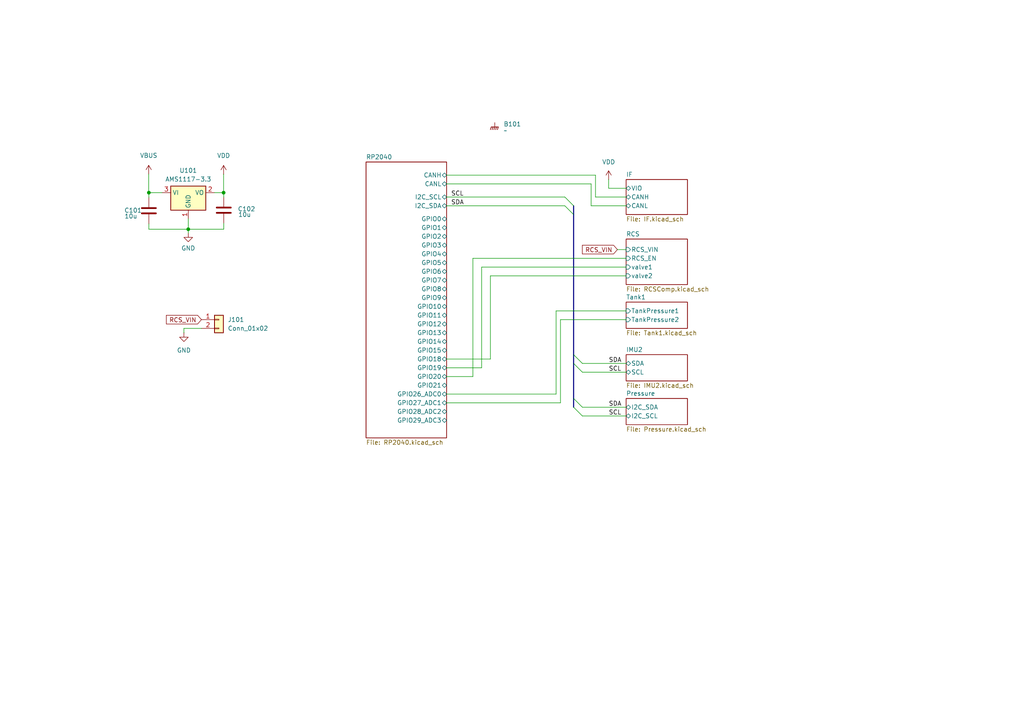
<source format=kicad_sch>
(kicad_sch (version 20250114) (generator "eeschema") (generator_version "9.0")
  (paper "A4")
  (lib_symbols
    (symbol "Connector_Generic:Conn_01x02" (pin_names (offset 1.016) (hide yes))
      (property "Reference" "J" (at 0 2.54 0))
      (property "Value" "Conn_01x02" (at 0 -5.08 0))
      (symbol "Conn_01x02_1_1"
        (rectangle (start -1.27 1.27) (end 1.27 -3.81) (stroke (width 0.254)) (fill (type background)))
        (rectangle (start -1.27 0.127) (end 0 -0.127) (stroke (width 0.1524)))
        (rectangle (start -1.27 -2.413) (end 0 -2.667) (stroke (width 0.1524)))
        (pin passive line (at -5.08 0 0) (length 3.81) (name "Pin_1") (number "1"))
        (pin passive line (at -5.08 -2.54 0) (length 3.81) (name "Pin_2") (number "2"))
      )
    )
    (symbol "Device:C" (pin_numbers (hide yes)) (pin_names (offset 0.254))
      (property "Reference" "C" (at 0.635 2.54 0))
      (property "Value" "C" (at 0.635 -2.54 0))
      (symbol "C_0_1"
        (polyline (pts (xy -2.032 0.762) (xy 2.032 0.762)) (stroke (width 0.508)))
        (polyline (pts (xy -2.032 -0.762) (xy 2.032 -0.762)) (stroke (width 0.508)))
      )
      (symbol "C_1_1"
        (pin passive line (at 0 3.81 270) (length 2.794) (name "~") (number "1"))
        (pin passive line (at 0 -3.81 90) (length 2.794) (name "~") (number "2"))
      )
    )
    (symbol "Regulator_Linear:AMS1117-3.3"
      (property "Reference" "U" (at -3.81 3.175 0))
      (property "Value" "AMS1117-3.3" (at 0 3.175 0))
      (symbol "AMS1117-3.3_0_1"
        (rectangle (start -5.08 -5.08) (end 5.08 1.905) (stroke (width 0.254)) (fill (type background)))
      )
      (symbol "AMS1117-3.3_1_1"
        (pin power_in line (at -7.62 0 0) (length 2.54) (name "VI") (number "3"))
        (pin power_in line (at 0 -7.62 90) (length 2.54) (name "GND") (number "1"))
        (pin power_out line (at 7.62 0 180) (length 2.54) (name "VO") (number "2"))
      )
    )
    (symbol "WOBCLibrary:Board"
      (property "Reference" "B" (at 0 2.54 0))
      (symbol "Board_0_1"
        (polyline (pts (xy -1.016 -1.27) (xy -1.27 -2.032) (xy -1.27 -2.032)) (stroke (width 0.2032)))
        (polyline (pts (xy -0.508 -1.27) (xy -0.762 -2.032) (xy -0.762 -2.032)) (stroke (width 0.2032)))
        (polyline (pts (xy 0 -1.27) (xy 0 0)))
        (polyline (pts (xy 0 -1.27) (xy -0.254 -2.032) (xy -0.254 -2.032)) (stroke (width 0.2032)))
        (polyline (pts (xy 0.508 -1.27) (xy 0.254 -2.032) (xy 0.254 -2.032)) (stroke (width 0.2032)))
        (polyline (pts (xy 1.016 -1.27) (xy -1.016 -1.27) (xy -1.016 -1.27)) (stroke (width 0.2032)))
        (polyline (pts (xy 1.016 -1.27) (xy 0.762 -2.032) (xy 0.762 -2.032) (xy 0.762 -2.032)) (stroke (width 0.2032)))
      )
      (symbol "Board_1_1"
        (pin power_in line (at 0 0 270) (length 0) (hide yes) (name "GND") (number "GND"))
      )
    )
    (symbol "power:GND" (power) (pin_numbers (hide yes)) (pin_names (offset 0) (hide yes))
      (property "Value" "GND" (at 0 -3.81 0))
      (symbol "GND_0_1"
        (polyline (pts (xy 0 0) (xy 0 -1.27) (xy 1.27 -1.27) (xy 0 -2.54) (xy -1.27 -1.27) (xy 0 -1.27)))
      )
      (symbol "GND_1_1"
        (pin power_in line (at 0 0 270) (length 0) (name "~") (number "1"))
      )
    )
    (symbol "power:VBUS" (power) (pin_numbers (hide yes)) (pin_names (offset 0) (hide yes))
      (property "Value" "VBUS" (at 0 3.556 0))
      (symbol "VBUS_0_1"
        (polyline (pts (xy -0.762 1.27) (xy 0 2.54)))
        (polyline (pts (xy 0 2.54) (xy 0.762 1.27)))
        (polyline (pts (xy 0 0) (xy 0 2.54)))
      )
      (symbol "VBUS_1_1"
        (pin power_in line (at 0 0 90) (length 0) (name "~") (number "1"))
      )
    )
    (symbol "power:VDD" (power) (pin_numbers (hide yes)) (pin_names (offset 0) (hide yes))
      (property "Value" "VDD" (at 0 3.556 0))
      (symbol "VDD_0_1"
        (polyline (pts (xy -0.762 1.27) (xy 0 2.54)))
        (polyline (pts (xy 0 2.54) (xy 0.762 1.27)))
        (polyline (pts (xy 0 0) (xy 0 2.54)))
      )
      (symbol "VDD_1_1"
        (pin power_in line (at 0 0 90) (length 0) (name "~") (number "1"))
      )
    )
  )
  (junction (at 64.8493 55.88))
  (junction (at 43.1769 55.88))
  (junction (at 54.6041 66.4865))
  (bus_entry (at 166.37 115.57) (size 2.54 2.54))
  (bus_entry (at 166.37 102.87) (size 2.54 2.54))
  (bus_entry (at 166.37 105.41) (size 2.54 2.54))
  (bus_entry (at 166.37 62.23) (size -2.54 -2.54))
  (bus_entry (at 166.37 59.69) (size -2.54 -2.54))
  (bus_entry (at 166.37 118.11) (size 2.54 2.54))
  (wire (pts (xy 64.8493 55.88) (xy 64.8493 50.536)))
  (wire (pts (xy 172.72 57.15) (xy 181.61 57.15)))
  (wire (pts (xy 162.56 116.84) (xy 129.54 116.84)))
  (wire (pts (xy 176.53 52.07) (xy 176.53 54.61)))
  (wire (pts (xy 181.61 74.93) (xy 137.16 74.93)))
  (wire (pts (xy 129.54 114.3) (xy 161.29 114.3)))
  (wire (pts (xy 64.9 57.1571) (xy 64.9 55.88)))
  (wire (pts (xy 181.61 59.69) (xy 171.45 59.69)))
  (wire (pts (xy 142.24 104.14) (xy 142.24 80.01)))
  (wire (pts (xy 54.6041 63.5) (xy 54.61 63.5)))
  (wire (pts (xy 137.16 74.93) (xy 137.16 109.22)))
  (wire (pts (xy 64.8493 55.88) (xy 64.9 55.88)))
  (wire (pts (xy 43.1769 66.4865) (xy 54.6041 66.4865)))
  (wire (pts (xy 179.07 72.39) (xy 181.61 72.39)))
  (wire (pts (xy 129.54 104.14) (xy 142.24 104.14)))
  (wire (pts (xy 53.34 96.52) (xy 53.34 95.25)))
  (wire (pts (xy 129.54 106.68) (xy 139.7 106.68)))
  (wire (pts (xy 181.61 54.61) (xy 176.53 54.61)))
  (wire (pts (xy 64.9 66.4865) (xy 54.6041 66.4865)))
  (wire (pts (xy 161.29 90.17) (xy 181.61 90.17)))
  (wire (pts (xy 168.91 107.95) (xy 181.61 107.95)))
  (wire (pts (xy 168.91 120.65) (xy 181.61 120.65)))
  (bus (pts (xy 166.37 62.23) (xy 166.37 102.87)))
  (wire (pts (xy 43.1769 57.309) (xy 43.1769 55.88)))
  (wire (pts (xy 181.61 92.71) (xy 162.56 92.71)))
  (bus (pts (xy 166.37 59.69) (xy 166.37 62.23)))
  (wire (pts (xy 162.56 92.71) (xy 162.56 116.84)))
  (wire (pts (xy 43.1769 55.88) (xy 46.99 55.88)))
  (wire (pts (xy 53.34 95.25) (xy 58.42 95.25)))
  (wire (pts (xy 172.72 50.8) (xy 172.72 57.15)))
  (wire (pts (xy 54.6041 66.4865) (xy 54.6041 63.5)))
  (wire (pts (xy 64.9 64.7771) (xy 64.9 66.4865)))
  (wire (pts (xy 129.54 50.8) (xy 172.72 50.8)))
  (wire (pts (xy 43.1769 64.929) (xy 43.1769 66.4865)))
  (wire (pts (xy 43.1263 55.88) (xy 43.1769 55.88)))
  (wire (pts (xy 161.29 114.3) (xy 161.29 90.17)))
  (wire (pts (xy 137.16 109.22) (xy 129.54 109.22)))
  (wire (pts (xy 181.61 80.01) (xy 142.24 80.01)))
  (wire (pts (xy 129.54 57.15) (xy 163.83 57.15)))
  (wire (pts (xy 129.54 59.69) (xy 163.83 59.69)))
  (bus (pts (xy 166.37 102.87) (xy 166.37 105.41)))
  (wire (pts (xy 171.45 53.34) (xy 129.54 53.34)))
  (wire (pts (xy 43.1263 50.4853) (xy 43.1263 55.88)))
  (bus (pts (xy 166.37 115.57) (xy 166.37 118.11)))
  (wire (pts (xy 62.23 55.88) (xy 64.8493 55.88)))
  (wire (pts (xy 139.7 77.47) (xy 181.61 77.47)))
  (bus (pts (xy 166.37 105.41) (xy 166.37 115.57)))
  (wire (pts (xy 168.91 118.11) (xy 181.61 118.11)))
  (wire (pts (xy 168.91 105.41) (xy 181.61 105.41)))
  (wire (pts (xy 171.45 59.69) (xy 171.45 53.34)))
  (wire (pts (xy 54.6041 67.5791) (xy 54.6041 66.4865)))
  (wire (pts (xy 139.7 106.68) (xy 139.7 77.47)))
  (label "SCL" (at 130.81 57.15 0))
  (label "SDA" (at 176.53 105.41 0))
  (label "SCL" (at 176.53 107.95 0))
  (label "SDA" (at 176.53 118.11 0))
  (label "SCL" (at 176.53 120.65 0))
  (label "SDA" (at 130.81 59.69 0))
  (global_label "RCS_VIN" (shape input) (at 179.07 72.39 180) (property "Intersheetrefs" "${INTERSHEET_REFS}" (effects (hide yes))))
  (global_label "RCS_VIN" (shape input) (at 58.42 92.71 180) (property "Intersheetrefs" "${INTERSHEET_REFS}" (effects (hide yes))))
  (symbol (lib_id "power:GND") (at 54.6041 67.5791 0) (unit 1)
    (property "Reference" "#PWR0103" (effects (hide yes)))
    (property "Value" "GND" (at 54.6041 71.9884 0))
    (property "Description" "Power symbol creates a global label with name \"GND\" , ground" (effects (hide yes)))
  )
  (symbol (lib_id "Device:C") (at 64.9 60.9671 0) (unit 1)
    (property "Reference" "C102" (at 68.9466 60.6126 0) (effects (justify left)))
    (property "Value" "10u" (at 69.0548 62.237 0) (effects (justify left)))
    (property "Footprint" "Capacitor_SMD:C_0603_1608Metric" (effects (hide yes)))
    (property "Description" "Unpolarized capacitor" (effects (hide yes)))
    (property "LCSC" "C96446" (effects (hide yes)))
  )
  (symbol (lib_id "power:VDD") (at 176.53 52.07 0) (unit 1)
    (property "Reference" "#PWR0105" (effects (hide yes)))
    (property "Value" "VDD" (at 176.53 46.99 0))
    (property "Description" "Power symbol creates a global label with name \"VDD\"" (effects (hide yes)))
  )
  (symbol (lib_id "power:VBUS") (at 43.1263 50.4853 0) (unit 1)
    (property "Reference" "#PWR0101" (effects (hide yes)))
    (property "Value" "VBUS" (at 43.1263 45.1077 0))
    (property "Description" "Power symbol creates a global label with name \"VBUS\"" (effects (hide yes)))
  )
  (symbol (lib_id "power:VDD") (at 64.8493 50.536 0) (unit 1)
    (property "Reference" "#PWR0104" (effects (hide yes)))
    (property "Value" "VDD" (at 64.8493 45.1372 0))
    (property "Description" "Power symbol creates a global label with name \"VDD\"" (effects (hide yes)))
  )
  (symbol (lib_id "Connector_Generic:Conn_01x02") (at 63.5 92.71 0) (unit 1)
    (property "Reference" "J101" (at 66.04 92.7099 0) (effects (justify left)))
    (property "Value" "Conn_01x02" (at 66.04 95.2499 0) (effects (justify left)))
    (property "Footprint" "Connector_JST:JST_XA_S02B-XASK-1_1x02_P2.50mm_Horizontal" (effects (hide yes)))
    (property "Description" "Generic connector, single row, 01x02, script generated (kicad-library-utils/schlib/autogen/connector/)" (effects (hide yes)))
  )
  (symbol (lib_id "Regulator_Linear:AMS1117-3.3") (at 54.61 55.88 0) (unit 1)
    (property "Reference" "U101" (at 54.61 49.4491 0))
    (property "Value" "AMS1117-3.3" (at 54.61 51.9891 0))
    (property "Footprint" "Package_TO_SOT_SMD:SOT-223-3_TabPin2" (effects (hide yes)))
    (property "Datasheet" "http://www.advanced-monolithic.com/pdf/ds1117.pdf" (effects (hide yes)))
    (property "Description" "1A Low Dropout regulator, positive, 3.3V fixed output, SOT-223" (effects (hide yes)))
    (property "LCSC" "C6186" (effects (hide yes)))
  )
  (symbol (lib_id "WOBCLibrary:Board") (at 143.51 35.56 0) (unit 1)
    (property "Reference" "B101" (at 146.05 35.9917 0) (effects (justify left)))
    (property "Value" "~" (at 146.05 37.8968 0) (effects (justify left)))
    (property "Footprint" "WOBCLibrary:Board_1U_60x70" (effects (hide yes)))
  )
  (symbol (lib_id "power:GND") (at 53.34 96.52 0) (unit 1)
    (property "Reference" "#PWR0102" (effects (hide yes)))
    (property "Value" "GND" (at 53.34 101.6 0))
    (property "Description" "Power symbol creates a global label with name \"GND\" , ground" (effects (hide yes)))
  )
  (symbol (lib_id "Device:C") (at 43.1769 61.119 0) (unit 1)
    (property "Reference" "C101" (at 36.033 61.0177 0) (effects (justify left)))
    (property "Value" "10u" (at 36.0667 62.7056 0) (effects (justify left)))
    (property "Footprint" "Capacitor_SMD:C_0603_1608Metric" (effects (hide yes)))
    (property "Description" "Unpolarized capacitor" (effects (hide yes)))
    (property "LCSC" "C96446" (effects (hide yes)))
  )
  (sheet (at 181.61 115.57) (size 17.78 7.62) (stroke (width 0.1524))
    (property "Sheetname" "Pressure" (at 181.61 114.8584 0) (effects (justify left bottom)))
    (property "Sheetfile" "Pressure.kicad_sch" (at 181.61 123.7746 0) (effects (justify left top)))
    (pin "I2C_SCL" bidirectional (at 181.61 120.65 180))
    (pin "I2C_SDA" bidirectional (at 181.61 118.11 180))
  )
  (sheet (at 181.61 69.342) (size 17.78 13.208) (stroke (width 0.1524))
    (property "Sheetname" "RCS" (at 181.61 68.6304 0) (effects (justify left bottom)))
    (property "Sheetfile" "RCSComp.kicad_sch" (at 181.61 83.1346 0) (effects (justify left top)))
    (pin "RCS_VIN" input (at 181.61 72.39 180))
    (pin "RCS_EN" input (at 181.61 74.93 180))
    (pin "valve1" input (at 181.61 77.47 180))
    (pin "valve2" input (at 181.61 80.01 180))
  )
  (sheet (at 106.172 46.99) (size 23.368 80.01) (stroke (width 0.1524))
    (property "Sheetname" "RP2040" (at 106.172 46.2784 0) (effects (justify left bottom)))
    (property "Sheetfile" "RP2040.kicad_sch" (at 106.172 127.5846 0) (effects (justify left top)))
    (pin "GPIO18" bidirectional (at 129.54 104.14 0))
    (pin "GPIO21" bidirectional (at 129.54 111.76 0))
    (pin "GPIO20" bidirectional (at 129.54 109.22 0))
    (pin "GPIO19" bidirectional (at 129.54 106.68 0))
    (pin "GPIO26_ADC0" bidirectional (at 129.54 114.3 0))
    (pin "GPIO28_ADC2" bidirectional (at 129.54 119.38 0))
    (pin "GPIO27_ADC1" bidirectional (at 129.54 116.84 0))
    (pin "GPIO29_ADC3" bidirectional (at 129.54 121.92 0))
    (pin "GPIO15" bidirectional (at 129.54 101.6 0))
    (pin "GPIO12" bidirectional (at 129.54 93.98 0))
    (pin "GPIO9" bidirectional (at 129.54 86.36 0))
    (pin "GPIO13" bidirectional (at 129.54 96.52 0))
    (pin "GPIO11" bidirectional (at 129.54 91.44 0))
    (pin "GPIO14" bidirectional (at 129.54 99.06 0))
    (pin "GPIO10" bidirectional (at 129.54 88.9 0))
    (pin "I2C_SCL" bidirectional (at 129.54 57.15 0))
    (pin "I2C_SDA" bidirectional (at 129.54 59.69 0))
    (pin "GPIO4" bidirectional (at 129.54 73.66 0))
    (pin "GPIO0" bidirectional (at 129.54 63.5 0))
    (pin "GPIO1" bidirectional (at 129.54 66.04 0))
    (pin "GPIO3" bidirectional (at 129.54 71.12 0))
    (pin "GPIO2" bidirectional (at 129.54 68.58 0))
    (pin "GPIO6" bidirectional (at 129.54 78.74 0))
    (pin "GPIO5" bidirectional (at 129.54 76.2 0))
    (pin "GPIO7" bidirectional (at 129.54 81.28 0))
    (pin "GPIO8" bidirectional (at 129.54 83.82 0))
    (pin "CANH" bidirectional (at 129.54 50.8 0))
    (pin "CANL" bidirectional (at 129.54 53.34 0))
  )
  (sheet (at 181.61 87.63) (size 17.78 7.62) (stroke (width 0.1524))
    (property "Sheetname" "Tank1" (at 181.61 86.9184 0) (effects (justify left bottom)))
    (property "Sheetfile" "Tank1.kicad_sch" (at 181.61 95.8346 0) (effects (justify left top)))
    (pin "TankPressure1" input (at 181.61 90.17 180))
    (pin "TankPressure2" input (at 181.61 92.71 180))
  )
  (sheet (at 181.61 52.07) (size 17.78 10.16) (stroke (width 0.1524))
    (property "Sheetname" "IF" (at 181.61 51.3584 0) (effects (justify left bottom)))
    (property "Sheetfile" "IF.kicad_sch" (at 181.61 62.8146 0) (effects (justify left top)))
    (pin "VIO" bidirectional (at 181.61 54.61 180))
    (pin "CANH" bidirectional (at 181.61 57.15 180))
    (pin "CANL" bidirectional (at 181.61 59.69 180))
  )
  (sheet (at 181.61 102.87) (size 17.78 7.62) (stroke (width 0.1524))
    (property "Sheetname" "IMU2" (at 181.61 102.1584 0) (effects (justify left bottom)))
    (property "Sheetfile" "IMU2.kicad_sch" (at 181.61 111.0746 0) (effects (justify left top)))
    (pin "SCL" bidirectional (at 181.61 107.95 180))
    (pin "SDA" bidirectional (at 181.61 105.41 180))
  )
)
</source>
